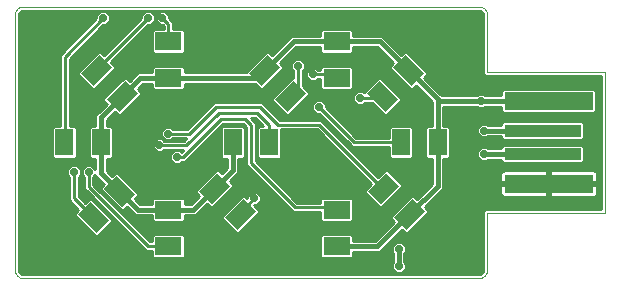
<source format=gtl>
G75*
G70*
%OFA0B0*%
%FSLAX24Y24*%
%IPPOS*%
%LPD*%
%AMOC8*
5,1,8,0,0,1.08239X$1,22.5*
%
%ADD10C,0.0000*%
%ADD11R,0.0866X0.0591*%
%ADD12R,0.0591X0.0866*%
%ADD13R,0.2953X0.0591*%
%ADD14R,0.2559X0.0394*%
%ADD15C,0.0100*%
%ADD16C,0.0160*%
%ADD17OC8,0.0240*%
D10*
X000625Y000347D02*
X015816Y000347D01*
X015847Y000349D01*
X015878Y000354D01*
X015908Y000363D01*
X015937Y000375D01*
X015964Y000390D01*
X015989Y000408D01*
X016013Y000428D01*
X016033Y000452D01*
X016051Y000477D01*
X016066Y000504D01*
X016078Y000533D01*
X016087Y000563D01*
X016092Y000594D01*
X016094Y000625D01*
X016095Y000625D02*
X016095Y002512D01*
X020032Y002512D01*
X020032Y007237D01*
X016095Y007237D01*
X016095Y009124D01*
X016094Y009124D02*
X016092Y009155D01*
X016087Y009186D01*
X016078Y009216D01*
X016066Y009245D01*
X016051Y009272D01*
X016033Y009297D01*
X016013Y009321D01*
X015989Y009341D01*
X015964Y009359D01*
X015937Y009374D01*
X015908Y009386D01*
X015878Y009395D01*
X015847Y009400D01*
X015816Y009402D01*
X000625Y009402D01*
X000594Y009400D01*
X000563Y009395D01*
X000533Y009386D01*
X000504Y009374D01*
X000477Y009359D01*
X000452Y009341D01*
X000428Y009321D01*
X000408Y009297D01*
X000390Y009272D01*
X000375Y009245D01*
X000363Y009216D01*
X000354Y009186D01*
X000349Y009155D01*
X000347Y009124D01*
X000347Y000625D01*
X000349Y000594D01*
X000354Y000563D01*
X000363Y000533D01*
X000375Y000504D01*
X000390Y000477D01*
X000408Y000452D01*
X000428Y000428D01*
X000452Y000408D01*
X000477Y000390D01*
X000504Y000375D01*
X000533Y000363D01*
X000563Y000354D01*
X000594Y000349D01*
X000625Y000347D01*
D11*
X005465Y001410D03*
X005465Y002630D03*
X011075Y002630D03*
X011075Y001410D03*
X011075Y007020D03*
X011075Y008241D03*
X005465Y008241D03*
X005465Y007020D03*
D12*
G36*
X004025Y006925D02*
X004442Y006508D01*
X003831Y005897D01*
X003414Y006314D01*
X004025Y006925D01*
G37*
G36*
X003162Y007788D02*
X003579Y007371D01*
X002968Y006760D01*
X002551Y007177D01*
X003162Y007788D01*
G37*
G36*
X008578Y006760D02*
X008161Y007177D01*
X008772Y007788D01*
X009189Y007371D01*
X008578Y006760D01*
G37*
G36*
X009441Y005897D02*
X009024Y006314D01*
X009635Y006925D01*
X010052Y006508D01*
X009441Y005897D01*
G37*
X008831Y004874D03*
X007611Y004874D03*
G36*
X006905Y002823D02*
X006488Y003240D01*
X007099Y003851D01*
X007516Y003434D01*
X006905Y002823D01*
G37*
G36*
X007768Y001960D02*
X007351Y002377D01*
X007962Y002988D01*
X008379Y002571D01*
X007768Y001960D01*
G37*
G36*
X003316Y003336D02*
X003733Y003753D01*
X004344Y003142D01*
X003927Y002725D01*
X003316Y003336D01*
G37*
G36*
X002453Y002473D02*
X002870Y002890D01*
X003481Y002279D01*
X003064Y001862D01*
X002453Y002473D01*
G37*
X002000Y004874D03*
X003221Y004874D03*
G36*
X012098Y006508D02*
X012515Y006925D01*
X013126Y006314D01*
X012709Y005897D01*
X012098Y006508D01*
G37*
G36*
X012961Y007371D02*
X013378Y007788D01*
X013989Y007177D01*
X013572Y006760D01*
X012961Y007371D01*
G37*
X013221Y004874D03*
X014441Y004874D03*
G36*
X012735Y003851D02*
X013152Y003434D01*
X012541Y002823D01*
X012124Y003240D01*
X012735Y003851D01*
G37*
G36*
X013598Y002988D02*
X014015Y002571D01*
X013404Y001960D01*
X012987Y002377D01*
X013598Y002988D01*
G37*
D13*
X018142Y003496D03*
X018142Y006252D03*
D14*
X017945Y005268D03*
X017945Y004481D03*
D15*
X018092Y003942D02*
X016646Y003942D01*
X016608Y003932D01*
X016574Y003912D01*
X016546Y003884D01*
X016526Y003850D01*
X016516Y003811D01*
X016516Y003546D01*
X018092Y003546D01*
X018092Y003446D01*
X018192Y003446D01*
X018192Y003051D01*
X019638Y003051D01*
X019676Y003061D01*
X019711Y003081D01*
X019739Y003109D01*
X019758Y003143D01*
X019769Y003181D01*
X019769Y003446D01*
X018192Y003446D01*
X018192Y003546D01*
X019769Y003546D01*
X019769Y003811D01*
X019758Y003850D01*
X019739Y003884D01*
X019711Y003912D01*
X019676Y003932D01*
X019638Y003942D01*
X018192Y003942D01*
X018192Y003546D01*
X018092Y003546D01*
X018092Y003942D01*
X018092Y003893D02*
X018192Y003893D01*
X018192Y003794D02*
X018092Y003794D01*
X018092Y003696D02*
X018192Y003696D01*
X018192Y003597D02*
X018092Y003597D01*
X018092Y003499D02*
X014631Y003499D01*
X014631Y003597D02*
X016516Y003597D01*
X016516Y003696D02*
X014631Y003696D01*
X014631Y003794D02*
X016516Y003794D01*
X016555Y003893D02*
X014631Y003893D01*
X014631Y003991D02*
X019882Y003991D01*
X019882Y003893D02*
X019730Y003893D01*
X019769Y003794D02*
X019882Y003794D01*
X019882Y003696D02*
X019769Y003696D01*
X019769Y003597D02*
X019882Y003597D01*
X019882Y003499D02*
X018192Y003499D01*
X018192Y003400D02*
X018092Y003400D01*
X018092Y003446D02*
X018092Y003051D01*
X016646Y003051D01*
X016608Y003061D01*
X016574Y003081D01*
X016546Y003109D01*
X016526Y003143D01*
X016516Y003181D01*
X016516Y003446D01*
X018092Y003446D01*
X018092Y003302D02*
X018192Y003302D01*
X018192Y003203D02*
X018092Y003203D01*
X018092Y003105D02*
X018192Y003105D01*
X019734Y003105D02*
X019882Y003105D01*
X019882Y003203D02*
X019769Y003203D01*
X019769Y003302D02*
X019882Y003302D01*
X019882Y003400D02*
X019769Y003400D01*
X019882Y003006D02*
X014302Y003006D01*
X014203Y002908D02*
X019882Y002908D01*
X019882Y002809D02*
X014105Y002809D01*
X014020Y002724D02*
X014631Y003336D01*
X014631Y004331D01*
X014782Y004331D01*
X014847Y004396D01*
X014847Y005353D01*
X014782Y005417D01*
X014631Y005417D01*
X014631Y006062D01*
X015763Y006062D01*
X015803Y006022D01*
X015993Y006022D01*
X016033Y006062D01*
X016556Y006062D01*
X016556Y005912D01*
X016620Y005847D01*
X019664Y005847D01*
X019729Y005912D01*
X019729Y006593D01*
X019664Y006658D01*
X016620Y006658D01*
X016556Y006593D01*
X016556Y006442D01*
X016033Y006442D01*
X015993Y006482D01*
X015803Y006482D01*
X015763Y006442D01*
X014576Y006442D01*
X014520Y006498D01*
X013994Y007025D01*
X014100Y007131D01*
X014100Y007223D01*
X013423Y007899D01*
X013332Y007899D01*
X013226Y007793D01*
X012699Y008319D01*
X012588Y008431D01*
X011618Y008431D01*
X011618Y008581D01*
X011554Y008646D01*
X010597Y008646D01*
X010532Y008581D01*
X010532Y008431D01*
X009563Y008431D01*
X009451Y008319D01*
X008925Y007793D01*
X008818Y007899D01*
X008727Y007899D01*
X008050Y007223D01*
X008050Y007210D01*
X006008Y007210D01*
X006008Y007361D01*
X005944Y007425D01*
X004986Y007425D01*
X004922Y007361D01*
X004922Y007210D01*
X004458Y007210D01*
X004178Y006930D01*
X004071Y007036D01*
X003980Y007036D01*
X003303Y006360D01*
X003303Y006268D01*
X003410Y006162D01*
X003142Y005894D01*
X003031Y005783D01*
X003031Y005417D01*
X002880Y005417D01*
X002816Y005353D01*
X002816Y004396D01*
X002880Y004331D01*
X003031Y004331D01*
X003031Y003992D01*
X002903Y004120D01*
X002712Y004120D01*
X002577Y003985D01*
X002577Y003795D01*
X002647Y003725D01*
X002647Y003332D01*
X002741Y003238D01*
X004710Y001270D01*
X004922Y001270D01*
X004922Y001069D01*
X004986Y001005D01*
X005944Y001005D01*
X006008Y001069D01*
X006008Y001751D01*
X005944Y001815D01*
X004986Y001815D01*
X004922Y001751D01*
X004922Y001590D01*
X004842Y001590D01*
X002967Y003464D01*
X002967Y003725D01*
X003031Y003788D01*
X003031Y003769D01*
X003311Y003489D01*
X003205Y003382D01*
X003205Y003291D01*
X003881Y002614D01*
X003973Y002614D01*
X004079Y002721D01*
X004248Y002552D01*
X004359Y002440D01*
X004922Y002440D01*
X004922Y002289D01*
X004986Y002225D01*
X005944Y002225D01*
X006008Y002289D01*
X006008Y002440D01*
X006374Y002440D01*
X006485Y002552D01*
X006752Y002819D01*
X006859Y002712D01*
X006950Y002712D01*
X007627Y003389D01*
X007627Y003480D01*
X007520Y003587D01*
X007689Y003756D01*
X007801Y003867D01*
X007801Y004331D01*
X007951Y004331D01*
X008016Y004396D01*
X008016Y005353D01*
X007951Y005417D01*
X007270Y005417D01*
X007205Y005353D01*
X007205Y004396D01*
X007270Y004331D01*
X007421Y004331D01*
X007421Y004025D01*
X007252Y003856D01*
X007145Y003962D01*
X007054Y003962D01*
X006377Y003286D01*
X006377Y003194D01*
X006484Y003088D01*
X006216Y002820D01*
X006008Y002820D01*
X006008Y002971D01*
X005944Y003036D01*
X004986Y003036D01*
X004922Y002971D01*
X004922Y002820D01*
X004517Y002820D01*
X004348Y002989D01*
X004455Y003096D01*
X004455Y003187D01*
X003778Y003864D01*
X003687Y003864D01*
X003580Y003757D01*
X003411Y003926D01*
X003411Y004331D01*
X003562Y004331D01*
X003626Y004396D01*
X003626Y005353D01*
X003562Y005417D01*
X003411Y005417D01*
X003411Y005626D01*
X003678Y005893D01*
X003785Y005786D01*
X003876Y005786D01*
X004553Y006463D01*
X004553Y006554D01*
X004446Y006661D01*
X004615Y006830D01*
X004922Y006830D01*
X004922Y006679D01*
X004986Y006615D01*
X005944Y006615D01*
X006008Y006679D01*
X006008Y006830D01*
X008352Y006830D01*
X008532Y006649D01*
X008623Y006649D01*
X009300Y007326D01*
X009300Y007417D01*
X009194Y007524D01*
X009720Y008051D01*
X010532Y008051D01*
X010532Y007900D01*
X010597Y007835D01*
X011554Y007835D01*
X011618Y007900D01*
X011618Y008051D01*
X012430Y008051D01*
X012957Y007524D01*
X012850Y007417D01*
X012850Y007326D01*
X013527Y006649D01*
X013618Y006649D01*
X013725Y006756D01*
X014251Y006230D01*
X014251Y005417D01*
X014100Y005417D01*
X014036Y005353D01*
X014036Y004396D01*
X014100Y004331D01*
X014251Y004331D01*
X014251Y003493D01*
X013751Y002993D01*
X013644Y003099D01*
X013553Y003099D01*
X012876Y002423D01*
X012876Y002331D01*
X012983Y002225D01*
X012358Y001600D01*
X011618Y001600D01*
X011618Y001751D01*
X011554Y001815D01*
X010597Y001815D01*
X010532Y001751D01*
X010532Y001069D01*
X010597Y001005D01*
X011554Y001005D01*
X011618Y001069D01*
X011618Y001220D01*
X012515Y001220D01*
X012627Y001331D01*
X013252Y001956D01*
X013358Y001849D01*
X013449Y001849D01*
X014126Y002526D01*
X014126Y002617D01*
X014020Y002724D01*
X014033Y002711D02*
X019882Y002711D01*
X019882Y002662D02*
X016033Y002662D01*
X015945Y002574D01*
X015945Y002450D01*
X015945Y000625D01*
X015941Y000592D01*
X015907Y000534D01*
X015850Y000501D01*
X015816Y000497D01*
X000625Y000497D01*
X000592Y000501D01*
X000534Y000534D01*
X000501Y000592D01*
X000497Y000625D01*
X000497Y009124D01*
X000501Y009157D01*
X000534Y009214D01*
X000592Y009248D01*
X000625Y009252D01*
X015816Y009252D01*
X015850Y009248D01*
X015907Y009214D01*
X015941Y009157D01*
X015945Y009124D01*
X015945Y007174D01*
X016033Y007087D01*
X019882Y007087D01*
X019882Y002662D01*
X019882Y004090D02*
X014631Y004090D01*
X014631Y004188D02*
X016606Y004188D01*
X016620Y004174D02*
X019270Y004174D01*
X019335Y004238D01*
X019335Y004723D01*
X019270Y004788D01*
X016620Y004788D01*
X016556Y004723D01*
X016556Y004671D01*
X016132Y004671D01*
X016092Y004711D01*
X015901Y004711D01*
X015766Y004576D01*
X015766Y004385D01*
X015901Y004251D01*
X016092Y004251D01*
X016132Y004291D01*
X016556Y004291D01*
X016556Y004238D01*
X016620Y004174D01*
X016556Y004287D02*
X016128Y004287D01*
X015865Y004287D02*
X014631Y004287D01*
X014836Y004385D02*
X015767Y004385D01*
X015766Y004484D02*
X014847Y004484D01*
X014847Y004582D02*
X015773Y004582D01*
X015871Y004681D02*
X014847Y004681D01*
X014847Y004779D02*
X016612Y004779D01*
X016556Y004681D02*
X016122Y004681D01*
X016556Y005026D02*
X016620Y004961D01*
X019270Y004961D01*
X019335Y005026D01*
X019335Y005511D01*
X019270Y005575D01*
X016620Y005575D01*
X016556Y005511D01*
X016556Y005458D01*
X016132Y005458D01*
X016092Y005498D01*
X015901Y005498D01*
X015766Y005363D01*
X015766Y005173D01*
X015901Y005038D01*
X016092Y005038D01*
X016132Y005078D01*
X016556Y005078D01*
X016556Y005026D01*
X016556Y005075D02*
X016128Y005075D01*
X015864Y005075D02*
X014847Y005075D01*
X014847Y005173D02*
X015766Y005173D01*
X015766Y005272D02*
X014847Y005272D01*
X014829Y005370D02*
X015773Y005370D01*
X015872Y005469D02*
X014631Y005469D01*
X014631Y005567D02*
X016613Y005567D01*
X016556Y005469D02*
X016121Y005469D01*
X016604Y005863D02*
X014631Y005863D01*
X014631Y005961D02*
X016556Y005961D01*
X016556Y006060D02*
X016031Y006060D01*
X015765Y006060D02*
X014631Y006060D01*
X014251Y006060D02*
X013029Y006060D01*
X013127Y006158D02*
X014251Y006158D01*
X014224Y006257D02*
X013226Y006257D01*
X013237Y006268D02*
X013237Y006360D01*
X012560Y007036D01*
X012469Y007036D01*
X011987Y006554D01*
X011987Y006551D01*
X011958Y006581D01*
X011767Y006581D01*
X011633Y006446D01*
X011633Y006256D01*
X011767Y006121D01*
X011958Y006121D01*
X012028Y006191D01*
X012260Y006191D01*
X012664Y005786D01*
X012755Y005786D01*
X013237Y006268D01*
X013237Y006355D02*
X014126Y006355D01*
X014027Y006454D02*
X013143Y006454D01*
X013044Y006552D02*
X013929Y006552D01*
X013830Y006651D02*
X013620Y006651D01*
X013526Y006651D02*
X012946Y006651D01*
X012847Y006749D02*
X013427Y006749D01*
X013329Y006848D02*
X012749Y006848D01*
X012650Y006946D02*
X013230Y006946D01*
X013132Y007045D02*
X011618Y007045D01*
X011618Y007143D02*
X013033Y007143D01*
X012935Y007242D02*
X011618Y007242D01*
X011618Y007340D02*
X012850Y007340D01*
X012872Y007439D02*
X010026Y007439D01*
X010026Y007529D02*
X010026Y007338D01*
X009956Y007268D01*
X009956Y006762D01*
X010163Y006554D01*
X010163Y006463D01*
X009486Y005786D01*
X009395Y005786D01*
X008913Y006268D01*
X008913Y006360D01*
X009590Y007036D01*
X009636Y007036D01*
X009636Y007268D01*
X009566Y007338D01*
X009566Y007529D01*
X009700Y007663D01*
X009891Y007663D01*
X010026Y007529D01*
X010017Y007537D02*
X012944Y007537D01*
X012845Y007636D02*
X009919Y007636D01*
X009673Y007636D02*
X009305Y007636D01*
X009207Y007537D02*
X009574Y007537D01*
X009566Y007439D02*
X009279Y007439D01*
X009300Y007340D02*
X009566Y007340D01*
X009636Y007242D02*
X009216Y007242D01*
X009117Y007143D02*
X009636Y007143D01*
X009636Y007045D02*
X009019Y007045D01*
X008920Y006946D02*
X009500Y006946D01*
X009402Y006848D02*
X008822Y006848D01*
X008723Y006749D02*
X009303Y006749D01*
X009205Y006651D02*
X008625Y006651D01*
X008531Y006651D02*
X005980Y006651D01*
X006008Y006749D02*
X008432Y006749D01*
X009008Y006454D02*
X004544Y006454D01*
X004553Y006552D02*
X009106Y006552D01*
X008913Y006355D02*
X004445Y006355D01*
X004347Y006257D02*
X008925Y006257D01*
X009023Y006158D02*
X008640Y006158D01*
X008582Y006216D02*
X006973Y006216D01*
X006880Y006122D01*
X006088Y005330D01*
X005630Y005330D01*
X005560Y005400D01*
X005370Y005400D01*
X005235Y005265D01*
X005235Y005074D01*
X005370Y004940D01*
X005560Y004940D01*
X005630Y005010D01*
X006063Y005010D01*
X005989Y004936D01*
X005335Y004936D01*
X005265Y005006D01*
X005074Y005006D01*
X004940Y004871D01*
X004940Y004681D01*
X003626Y004681D01*
X003626Y004779D02*
X004940Y004779D01*
X004940Y004681D02*
X005074Y004546D01*
X005265Y004546D01*
X005335Y004616D01*
X005965Y004616D01*
X005908Y004560D01*
X005856Y004612D01*
X005665Y004612D01*
X005530Y004478D01*
X005530Y004287D01*
X005665Y004152D01*
X005856Y004152D01*
X005926Y004222D01*
X006023Y004222D01*
X007303Y005502D01*
X007958Y005502D01*
X008061Y005399D01*
X008061Y004119D01*
X009631Y002549D01*
X010532Y002549D01*
X010532Y002289D01*
X010597Y002225D01*
X011554Y002225D01*
X011618Y002289D01*
X011618Y002971D01*
X011554Y003036D01*
X010597Y003036D01*
X010532Y002971D01*
X010532Y002869D01*
X009764Y002869D01*
X008381Y004252D01*
X008381Y005531D01*
X008287Y005625D01*
X008213Y005699D01*
X008351Y005699D01*
X008633Y005417D01*
X008490Y005417D01*
X008426Y005353D01*
X008426Y004396D01*
X008490Y004331D01*
X009172Y004331D01*
X009236Y004396D01*
X009236Y005305D01*
X010418Y005305D01*
X012226Y003498D01*
X012013Y003286D01*
X012013Y003194D01*
X012495Y002712D01*
X012586Y002712D01*
X013263Y003389D01*
X013263Y003480D01*
X012781Y003962D01*
X012690Y003962D01*
X012452Y003724D01*
X010551Y005625D01*
X009173Y005625D01*
X008582Y006216D01*
X008516Y006056D02*
X009107Y005465D01*
X010485Y005465D01*
X012552Y003398D01*
X012638Y003337D01*
X013077Y003203D02*
X013962Y003203D01*
X014060Y003302D02*
X013176Y003302D01*
X013263Y003400D02*
X014159Y003400D01*
X014251Y003499D02*
X013245Y003499D01*
X013146Y003597D02*
X014251Y003597D01*
X014251Y003696D02*
X013048Y003696D01*
X012949Y003794D02*
X014251Y003794D01*
X014251Y003893D02*
X012851Y003893D01*
X012621Y003893D02*
X012283Y003893D01*
X012185Y003991D02*
X014251Y003991D01*
X014251Y004090D02*
X012086Y004090D01*
X011988Y004188D02*
X014251Y004188D01*
X014251Y004287D02*
X011889Y004287D01*
X011791Y004385D02*
X012826Y004385D01*
X012816Y004396D02*
X012880Y004331D01*
X013562Y004331D01*
X013626Y004396D01*
X013626Y005353D01*
X013562Y005417D01*
X012880Y005417D01*
X012816Y005353D01*
X012816Y005034D01*
X011732Y005034D01*
X010715Y006052D01*
X010715Y006151D01*
X010580Y006286D01*
X010389Y006286D01*
X010255Y006151D01*
X010255Y005960D01*
X010389Y005826D01*
X010488Y005826D01*
X011506Y004808D01*
X011599Y004714D01*
X012816Y004714D01*
X012816Y004396D01*
X012816Y004484D02*
X011692Y004484D01*
X011594Y004582D02*
X012816Y004582D01*
X012816Y004681D02*
X011495Y004681D01*
X011535Y004779D02*
X011397Y004779D01*
X011436Y004878D02*
X011298Y004878D01*
X011338Y004976D02*
X011200Y004976D01*
X011239Y005075D02*
X011101Y005075D01*
X011141Y005173D02*
X011003Y005173D01*
X011042Y005272D02*
X010904Y005272D01*
X010944Y005370D02*
X010806Y005370D01*
X010845Y005469D02*
X010707Y005469D01*
X010747Y005567D02*
X010609Y005567D01*
X010648Y005666D02*
X009132Y005666D01*
X009034Y005764D02*
X010550Y005764D01*
X010352Y005863D02*
X009563Y005863D01*
X009661Y005961D02*
X010255Y005961D01*
X010255Y006060D02*
X009760Y006060D01*
X009858Y006158D02*
X010262Y006158D01*
X010361Y006257D02*
X009957Y006257D01*
X010055Y006355D02*
X011633Y006355D01*
X011633Y006257D02*
X010609Y006257D01*
X010707Y006158D02*
X011730Y006158D01*
X011995Y006158D02*
X012292Y006158D01*
X012391Y006060D02*
X010715Y006060D01*
X010805Y005961D02*
X012489Y005961D01*
X012588Y005863D02*
X010904Y005863D01*
X011002Y005764D02*
X014251Y005764D01*
X014251Y005666D02*
X011101Y005666D01*
X011199Y005567D02*
X014251Y005567D01*
X014251Y005469D02*
X011298Y005469D01*
X011396Y005370D02*
X012833Y005370D01*
X012816Y005272D02*
X011495Y005272D01*
X011593Y005173D02*
X012816Y005173D01*
X012816Y005075D02*
X011692Y005075D01*
X011666Y004874D02*
X013221Y004874D01*
X013142Y004874D01*
X013626Y004878D02*
X014036Y004878D01*
X014036Y004976D02*
X013626Y004976D01*
X013626Y005075D02*
X014036Y005075D01*
X014036Y005173D02*
X013626Y005173D01*
X013626Y005272D02*
X014036Y005272D01*
X014053Y005370D02*
X013609Y005370D01*
X014251Y005863D02*
X012832Y005863D01*
X012930Y005961D02*
X014251Y005961D01*
X014631Y005764D02*
X019882Y005764D01*
X019882Y005666D02*
X014631Y005666D01*
X014847Y004976D02*
X016605Y004976D01*
X014847Y004878D02*
X019882Y004878D01*
X019882Y004976D02*
X019285Y004976D01*
X019335Y005075D02*
X019882Y005075D01*
X019882Y005173D02*
X019335Y005173D01*
X019335Y005272D02*
X019882Y005272D01*
X019882Y005370D02*
X019335Y005370D01*
X019335Y005469D02*
X019882Y005469D01*
X019882Y005567D02*
X019278Y005567D01*
X019680Y005863D02*
X019882Y005863D01*
X019882Y005961D02*
X019729Y005961D01*
X019729Y006060D02*
X019882Y006060D01*
X019882Y006158D02*
X019729Y006158D01*
X019729Y006257D02*
X019882Y006257D01*
X019882Y006355D02*
X019729Y006355D01*
X019729Y006454D02*
X019882Y006454D01*
X019882Y006552D02*
X019729Y006552D01*
X019671Y006651D02*
X019882Y006651D01*
X019882Y006749D02*
X014269Y006749D01*
X014367Y006651D02*
X016613Y006651D01*
X016556Y006552D02*
X014466Y006552D01*
X014520Y006498D02*
X014520Y006498D01*
X014564Y006454D02*
X015774Y006454D01*
X016022Y006454D02*
X016556Y006454D01*
X015976Y007143D02*
X014100Y007143D01*
X014081Y007242D02*
X015945Y007242D01*
X015945Y007340D02*
X013982Y007340D01*
X013884Y007439D02*
X015945Y007439D01*
X015945Y007537D02*
X013785Y007537D01*
X013687Y007636D02*
X015945Y007636D01*
X015945Y007734D02*
X013588Y007734D01*
X013490Y007833D02*
X015945Y007833D01*
X015945Y007931D02*
X013087Y007931D01*
X013185Y007833D02*
X013266Y007833D01*
X012988Y008030D02*
X015945Y008030D01*
X015945Y008128D02*
X012890Y008128D01*
X012791Y008227D02*
X015945Y008227D01*
X015945Y008325D02*
X012693Y008325D01*
X012594Y008424D02*
X015945Y008424D01*
X015945Y008522D02*
X011618Y008522D01*
X011579Y008621D02*
X015945Y008621D01*
X015945Y008719D02*
X005625Y008719D01*
X005625Y008646D02*
X005625Y008878D01*
X005531Y008971D01*
X005498Y009005D01*
X005498Y009104D01*
X005363Y009238D01*
X005173Y009238D01*
X005038Y009104D01*
X005038Y008913D01*
X005173Y008778D01*
X005272Y008778D01*
X005305Y008745D01*
X005305Y008646D01*
X004986Y008646D01*
X004922Y008581D01*
X004922Y007900D01*
X004986Y007835D01*
X005944Y007835D01*
X006008Y007900D01*
X006008Y008581D01*
X005944Y008646D01*
X005625Y008646D01*
X005305Y008719D02*
X004713Y008719D01*
X004772Y008778D02*
X004871Y008778D01*
X005006Y008913D01*
X005006Y009104D01*
X004871Y009238D01*
X004681Y009238D01*
X004546Y009104D01*
X004546Y009005D01*
X003324Y007783D01*
X003208Y007899D01*
X003117Y007899D01*
X002440Y007223D01*
X002440Y007131D01*
X002922Y006649D01*
X003013Y006649D01*
X003690Y007326D01*
X003690Y007417D01*
X003551Y007557D01*
X004772Y008778D01*
X004911Y008818D02*
X005133Y008818D01*
X005038Y008916D02*
X005006Y008916D01*
X005006Y009015D02*
X005038Y009015D01*
X005048Y009113D02*
X004996Y009113D01*
X004898Y009212D02*
X005146Y009212D01*
X005390Y009212D02*
X015909Y009212D01*
X015945Y009113D02*
X005488Y009113D01*
X005498Y009015D02*
X015945Y009015D01*
X015945Y008916D02*
X005586Y008916D01*
X005625Y008818D02*
X015945Y008818D01*
X012747Y007734D02*
X009404Y007734D01*
X009502Y007833D02*
X012648Y007833D01*
X012550Y007931D02*
X011618Y007931D01*
X011618Y008030D02*
X012451Y008030D01*
X011618Y007361D02*
X011554Y007425D01*
X010597Y007425D01*
X010532Y007361D01*
X010532Y007298D01*
X010453Y007298D01*
X010383Y007368D01*
X010193Y007368D01*
X010058Y007233D01*
X010058Y007043D01*
X010193Y006908D01*
X010383Y006908D01*
X010453Y006978D01*
X010532Y006978D01*
X010532Y006679D01*
X010597Y006615D01*
X011554Y006615D01*
X011618Y006679D01*
X011618Y007361D01*
X011075Y007020D02*
X010957Y007138D01*
X010288Y007138D01*
X010058Y007143D02*
X009956Y007143D01*
X009956Y007045D02*
X010058Y007045D01*
X010154Y006946D02*
X009956Y006946D01*
X009956Y006848D02*
X010532Y006848D01*
X010532Y006946D02*
X010421Y006946D01*
X010532Y006749D02*
X009968Y006749D01*
X010067Y006651D02*
X010560Y006651D01*
X010163Y006552D02*
X011739Y006552D01*
X011640Y006454D02*
X010154Y006454D01*
X009796Y006744D02*
X009796Y007433D01*
X010026Y007340D02*
X010165Y007340D01*
X010066Y007242D02*
X009956Y007242D01*
X010411Y007340D02*
X010532Y007340D01*
X011075Y007020D02*
X011075Y006941D01*
X011618Y006946D02*
X012379Y006946D01*
X012281Y006848D02*
X011618Y006848D01*
X011618Y006749D02*
X012182Y006749D01*
X012084Y006651D02*
X011590Y006651D01*
X011986Y006552D02*
X011987Y006552D01*
X011863Y006351D02*
X012476Y006351D01*
X012612Y006411D01*
X012552Y006449D01*
X013718Y006749D02*
X013732Y006749D01*
X014072Y006946D02*
X019882Y006946D01*
X019882Y006848D02*
X014170Y006848D01*
X014014Y007045D02*
X019882Y007045D01*
X019882Y004779D02*
X019279Y004779D01*
X019335Y004681D02*
X019882Y004681D01*
X019882Y004582D02*
X019335Y004582D01*
X019335Y004484D02*
X019882Y004484D01*
X019882Y004385D02*
X019335Y004385D01*
X019335Y004287D02*
X019882Y004287D01*
X019882Y004188D02*
X019285Y004188D01*
X016516Y003400D02*
X014631Y003400D01*
X014597Y003302D02*
X016516Y003302D01*
X016516Y003203D02*
X014499Y003203D01*
X014400Y003105D02*
X016550Y003105D01*
X015983Y002612D02*
X014126Y002612D01*
X014114Y002514D02*
X015945Y002514D01*
X015945Y002415D02*
X014015Y002415D01*
X013917Y002317D02*
X015945Y002317D01*
X015945Y002218D02*
X013818Y002218D01*
X013720Y002120D02*
X015945Y002120D01*
X015945Y002021D02*
X013621Y002021D01*
X013523Y001923D02*
X015945Y001923D01*
X015945Y001824D02*
X013120Y001824D01*
X013021Y001726D02*
X015945Y001726D01*
X015945Y001627D02*
X012923Y001627D01*
X013015Y001529D02*
X012824Y001529D01*
X012916Y001430D02*
X012726Y001430D01*
X012627Y001332D02*
X012912Y001332D01*
X012912Y001426D02*
X012912Y001236D01*
X012952Y001196D01*
X012952Y000876D01*
X012912Y000836D01*
X012912Y000645D01*
X013047Y000511D01*
X013237Y000511D01*
X013372Y000645D01*
X013372Y000836D01*
X013332Y000876D01*
X013332Y001196D01*
X013372Y001236D01*
X013372Y001426D01*
X013237Y001561D01*
X013047Y001561D01*
X012912Y001426D01*
X012915Y001233D02*
X012529Y001233D01*
X012952Y001135D02*
X011618Y001135D01*
X011586Y001036D02*
X012952Y001036D01*
X012952Y000938D02*
X000497Y000938D01*
X000497Y001036D02*
X004955Y001036D01*
X004922Y001135D02*
X000497Y001135D01*
X000497Y001233D02*
X004922Y001233D01*
X004776Y001430D02*
X002807Y003398D01*
X002807Y003890D01*
X002577Y003893D02*
X002545Y003893D01*
X002545Y003985D02*
X002545Y003795D01*
X002475Y003725D01*
X002475Y003071D01*
X002684Y002862D01*
X002824Y003001D01*
X002915Y003001D01*
X003592Y002324D01*
X003592Y002233D01*
X003110Y001751D01*
X003018Y001751D01*
X002342Y002428D01*
X002342Y002519D01*
X002458Y002635D01*
X002155Y002938D01*
X002155Y003071D01*
X002155Y003725D01*
X002085Y003795D01*
X002085Y003985D01*
X002220Y004120D01*
X002411Y004120D01*
X002545Y003985D01*
X002539Y003991D02*
X002583Y003991D01*
X002682Y004090D02*
X002441Y004090D01*
X002190Y004090D02*
X000497Y004090D01*
X000497Y004188D02*
X003031Y004188D01*
X003031Y004090D02*
X002933Y004090D01*
X003031Y004287D02*
X000497Y004287D01*
X000497Y004385D02*
X001606Y004385D01*
X001595Y004396D02*
X001660Y004331D01*
X002341Y004331D01*
X002406Y004396D01*
X002406Y005353D01*
X002341Y005417D01*
X002180Y005417D01*
X002180Y007662D01*
X003296Y008778D01*
X003395Y008778D01*
X003530Y008913D01*
X003530Y009104D01*
X003395Y009238D01*
X003204Y009238D01*
X003070Y009104D01*
X003070Y009005D01*
X001860Y007795D01*
X001860Y005417D01*
X001660Y005417D01*
X001595Y005353D01*
X001595Y004396D01*
X001595Y004484D02*
X000497Y004484D01*
X000497Y004582D02*
X001595Y004582D01*
X001595Y004681D02*
X000497Y004681D01*
X000497Y004779D02*
X001595Y004779D01*
X001595Y004878D02*
X000497Y004878D01*
X000497Y004976D02*
X001595Y004976D01*
X001595Y005075D02*
X000497Y005075D01*
X000497Y005173D02*
X001595Y005173D01*
X001595Y005272D02*
X000497Y005272D01*
X000497Y005370D02*
X001612Y005370D01*
X001860Y005469D02*
X000497Y005469D01*
X000497Y005567D02*
X001860Y005567D01*
X001860Y005666D02*
X000497Y005666D01*
X000497Y005764D02*
X001860Y005764D01*
X001860Y005863D02*
X000497Y005863D01*
X000497Y005961D02*
X001860Y005961D01*
X001860Y006060D02*
X000497Y006060D01*
X000497Y006158D02*
X001860Y006158D01*
X001860Y006257D02*
X000497Y006257D01*
X000497Y006355D02*
X001860Y006355D01*
X001860Y006454D02*
X000497Y006454D01*
X000497Y006552D02*
X001860Y006552D01*
X001860Y006651D02*
X000497Y006651D01*
X000497Y006749D02*
X001860Y006749D01*
X001860Y006848D02*
X000497Y006848D01*
X000497Y006946D02*
X001860Y006946D01*
X001860Y007045D02*
X000497Y007045D01*
X000497Y007143D02*
X001860Y007143D01*
X001860Y007242D02*
X000497Y007242D01*
X000497Y007340D02*
X001860Y007340D01*
X001860Y007439D02*
X000497Y007439D01*
X000497Y007537D02*
X001860Y007537D01*
X001860Y007636D02*
X000497Y007636D01*
X000497Y007734D02*
X001860Y007734D01*
X001898Y007833D02*
X000497Y007833D01*
X000497Y007931D02*
X001996Y007931D01*
X002095Y008030D02*
X000497Y008030D01*
X000497Y008128D02*
X002193Y008128D01*
X002292Y008227D02*
X000497Y008227D01*
X000497Y008325D02*
X002390Y008325D01*
X002489Y008424D02*
X000497Y008424D01*
X000497Y008522D02*
X002587Y008522D01*
X002686Y008621D02*
X000497Y008621D01*
X000497Y008719D02*
X002784Y008719D01*
X002883Y008818D02*
X000497Y008818D01*
X000497Y008916D02*
X002981Y008916D01*
X003070Y009015D02*
X000497Y009015D01*
X000497Y009113D02*
X003079Y009113D01*
X003178Y009212D02*
X000533Y009212D01*
X002646Y008128D02*
X003670Y008128D01*
X003571Y008030D02*
X002547Y008030D01*
X002449Y007931D02*
X003473Y007931D01*
X003374Y007833D02*
X003275Y007833D01*
X003050Y007833D02*
X002350Y007833D01*
X002252Y007734D02*
X002952Y007734D01*
X002853Y007636D02*
X002180Y007636D01*
X002180Y007537D02*
X002755Y007537D01*
X002656Y007439D02*
X002180Y007439D01*
X002180Y007340D02*
X002558Y007340D01*
X002459Y007242D02*
X002180Y007242D01*
X002180Y007143D02*
X002440Y007143D01*
X002526Y007045D02*
X002180Y007045D01*
X002180Y006946D02*
X002625Y006946D01*
X002723Y006848D02*
X002180Y006848D01*
X002180Y006749D02*
X002822Y006749D01*
X002920Y006651D02*
X002180Y006651D01*
X002180Y006552D02*
X003496Y006552D01*
X003397Y006454D02*
X002180Y006454D01*
X002180Y006355D02*
X003303Y006355D01*
X003314Y006257D02*
X002180Y006257D01*
X002180Y006158D02*
X003406Y006158D01*
X003308Y006060D02*
X002180Y006060D01*
X002180Y005961D02*
X003209Y005961D01*
X003142Y005894D02*
X003142Y005894D01*
X003111Y005863D02*
X002180Y005863D01*
X002180Y005764D02*
X003031Y005764D01*
X003031Y005666D02*
X002180Y005666D01*
X002180Y005567D02*
X003031Y005567D01*
X003031Y005469D02*
X002180Y005469D01*
X002388Y005370D02*
X002833Y005370D01*
X002816Y005272D02*
X002406Y005272D01*
X002406Y005173D02*
X002816Y005173D01*
X002816Y005075D02*
X002406Y005075D01*
X002406Y004976D02*
X002816Y004976D01*
X002816Y004878D02*
X002406Y004878D01*
X002406Y004779D02*
X002816Y004779D01*
X002816Y004681D02*
X002406Y004681D01*
X002406Y004582D02*
X002816Y004582D01*
X002816Y004484D02*
X002406Y004484D01*
X002395Y004385D02*
X002826Y004385D01*
X003411Y004287D02*
X005530Y004287D01*
X005530Y004385D02*
X003616Y004385D01*
X003626Y004484D02*
X005537Y004484D01*
X005760Y004382D02*
X005957Y004382D01*
X007237Y005662D01*
X008024Y005662D01*
X008221Y005465D01*
X008221Y004185D01*
X009697Y002709D01*
X011075Y002709D01*
X011075Y002630D01*
X011618Y002612D02*
X013066Y002612D01*
X012968Y002514D02*
X011618Y002514D01*
X011618Y002415D02*
X012876Y002415D01*
X012891Y002317D02*
X011618Y002317D01*
X011618Y002711D02*
X013165Y002711D01*
X013263Y002809D02*
X012683Y002809D01*
X012782Y002908D02*
X013362Y002908D01*
X013460Y003006D02*
X012880Y003006D01*
X012979Y003105D02*
X013863Y003105D01*
X013765Y003006D02*
X013737Y003006D01*
X012398Y002809D02*
X011618Y002809D01*
X011618Y002908D02*
X012300Y002908D01*
X012201Y003006D02*
X011583Y003006D01*
X012013Y003203D02*
X009429Y003203D01*
X009528Y003105D02*
X012103Y003105D01*
X012030Y003302D02*
X009331Y003302D01*
X009232Y003400D02*
X012128Y003400D01*
X012224Y003499D02*
X009134Y003499D01*
X009035Y003597D02*
X012126Y003597D01*
X012027Y003696D02*
X008937Y003696D01*
X008838Y003794D02*
X011929Y003794D01*
X011830Y003893D02*
X008740Y003893D01*
X008641Y003991D02*
X011732Y003991D01*
X011633Y004090D02*
X008543Y004090D01*
X008444Y004188D02*
X011535Y004188D01*
X011436Y004287D02*
X008381Y004287D01*
X008381Y004385D02*
X008436Y004385D01*
X008426Y004484D02*
X008381Y004484D01*
X008381Y004582D02*
X008426Y004582D01*
X008426Y004681D02*
X008381Y004681D01*
X008381Y004779D02*
X008426Y004779D01*
X008426Y004878D02*
X008381Y004878D01*
X008381Y004976D02*
X008426Y004976D01*
X008426Y005075D02*
X008381Y005075D01*
X008381Y005173D02*
X008426Y005173D01*
X008426Y005272D02*
X008381Y005272D01*
X008381Y005370D02*
X008443Y005370D01*
X008381Y005469D02*
X008581Y005469D01*
X008483Y005567D02*
X008345Y005567D01*
X008384Y005666D02*
X008246Y005666D01*
X008418Y005859D02*
X007138Y005859D01*
X006056Y004776D01*
X005170Y004776D01*
X005301Y004582D02*
X005635Y004582D01*
X005885Y004582D02*
X005931Y004582D01*
X006285Y004484D02*
X007205Y004484D01*
X007216Y004385D02*
X006186Y004385D01*
X006088Y004287D02*
X007421Y004287D01*
X007421Y004188D02*
X005892Y004188D01*
X005629Y004188D02*
X003411Y004188D01*
X003411Y004090D02*
X007421Y004090D01*
X007387Y003991D02*
X003411Y003991D01*
X003444Y003893D02*
X006984Y003893D01*
X006886Y003794D02*
X003847Y003794D01*
X003946Y003696D02*
X006787Y003696D01*
X006689Y003597D02*
X004044Y003597D01*
X004143Y003499D02*
X006590Y003499D01*
X006492Y003400D02*
X004241Y003400D01*
X004340Y003302D02*
X006393Y003302D01*
X006377Y003203D02*
X004438Y003203D01*
X004455Y003105D02*
X006466Y003105D01*
X006402Y003006D02*
X005973Y003006D01*
X006008Y002908D02*
X006304Y002908D01*
X006644Y002711D02*
X007528Y002711D01*
X007430Y002612D02*
X006546Y002612D01*
X006447Y002514D02*
X007331Y002514D01*
X007240Y002423D02*
X007240Y002331D01*
X007722Y001849D01*
X007813Y001849D01*
X008490Y002526D01*
X008490Y002617D01*
X008335Y002773D01*
X008336Y002774D01*
X008415Y002774D01*
X008549Y002909D01*
X008549Y003100D01*
X008415Y003234D01*
X008224Y003234D01*
X008089Y003100D01*
X008089Y003018D01*
X008008Y003099D01*
X007917Y003099D01*
X007240Y002423D01*
X007240Y002415D02*
X006008Y002415D01*
X006008Y002317D02*
X007254Y002317D01*
X007353Y002218D02*
X004213Y002218D01*
X004115Y002317D02*
X004922Y002317D01*
X004922Y002415D02*
X004016Y002415D01*
X003918Y002514D02*
X004286Y002514D01*
X004187Y002612D02*
X003819Y002612D01*
X003785Y002711D02*
X003721Y002711D01*
X003686Y002809D02*
X003622Y002809D01*
X003588Y002908D02*
X003524Y002908D01*
X003489Y003006D02*
X003425Y003006D01*
X003391Y003105D02*
X003327Y003105D01*
X003292Y003203D02*
X003228Y003203D01*
X003205Y003302D02*
X003130Y003302D01*
X003223Y003400D02*
X003031Y003400D01*
X002967Y003499D02*
X003301Y003499D01*
X003202Y003597D02*
X002967Y003597D01*
X002967Y003696D02*
X003104Y003696D01*
X003543Y003794D02*
X003617Y003794D01*
X002647Y003696D02*
X002475Y003696D01*
X002475Y003597D02*
X002647Y003597D01*
X002647Y003499D02*
X002475Y003499D01*
X002475Y003400D02*
X002647Y003400D01*
X002677Y003302D02*
X002475Y003302D01*
X002475Y003203D02*
X002776Y003203D01*
X002874Y003105D02*
X002475Y003105D01*
X002540Y003006D02*
X002973Y003006D01*
X003008Y002908D02*
X003071Y002908D01*
X003106Y002809D02*
X003170Y002809D01*
X003205Y002711D02*
X003268Y002711D01*
X003303Y002612D02*
X003367Y002612D01*
X003402Y002514D02*
X003465Y002514D01*
X003500Y002415D02*
X003564Y002415D01*
X003592Y002317D02*
X003662Y002317D01*
X003577Y002218D02*
X003761Y002218D01*
X003859Y002120D02*
X003478Y002120D01*
X003380Y002021D02*
X003958Y002021D01*
X004056Y001923D02*
X003281Y001923D01*
X003183Y001824D02*
X004155Y001824D01*
X004253Y001726D02*
X000497Y001726D01*
X000497Y001824D02*
X002945Y001824D01*
X002847Y001923D02*
X000497Y001923D01*
X000497Y002021D02*
X002748Y002021D01*
X002650Y002120D02*
X000497Y002120D01*
X000497Y002218D02*
X002551Y002218D01*
X002453Y002317D02*
X000497Y002317D01*
X000497Y002415D02*
X002354Y002415D01*
X002342Y002514D02*
X000497Y002514D01*
X000497Y002612D02*
X002435Y002612D01*
X002383Y002711D02*
X000497Y002711D01*
X000497Y002809D02*
X002284Y002809D01*
X002186Y002908D02*
X000497Y002908D01*
X000497Y003006D02*
X002155Y003006D01*
X002155Y003105D02*
X000497Y003105D01*
X000497Y003203D02*
X002155Y003203D01*
X002155Y003302D02*
X000497Y003302D01*
X000497Y003400D02*
X002155Y003400D01*
X002155Y003499D02*
X000497Y003499D01*
X000497Y003597D02*
X002155Y003597D01*
X002155Y003696D02*
X000497Y003696D01*
X000497Y003794D02*
X002086Y003794D01*
X002085Y003893D02*
X000497Y003893D01*
X000497Y003991D02*
X002091Y003991D01*
X002315Y003890D02*
X002315Y003004D01*
X002906Y002414D01*
X002967Y002376D01*
X002730Y002908D02*
X002638Y002908D01*
X004069Y002711D02*
X004089Y002711D01*
X004429Y002908D02*
X004922Y002908D01*
X004957Y003006D02*
X004365Y003006D01*
X004312Y002120D02*
X007451Y002120D01*
X007550Y002021D02*
X004410Y002021D01*
X004509Y001923D02*
X007648Y001923D01*
X007887Y001923D02*
X012681Y001923D01*
X012780Y002021D02*
X007985Y002021D01*
X008084Y002120D02*
X012878Y002120D01*
X012977Y002218D02*
X008182Y002218D01*
X008281Y002317D02*
X010532Y002317D01*
X010532Y002415D02*
X008379Y002415D01*
X008478Y002514D02*
X010532Y002514D01*
X010532Y002908D02*
X009725Y002908D01*
X009626Y003006D02*
X010567Y003006D01*
X009568Y002612D02*
X008490Y002612D01*
X008397Y002711D02*
X009469Y002711D01*
X009371Y002809D02*
X008450Y002809D01*
X008548Y002908D02*
X009272Y002908D01*
X009174Y003006D02*
X008549Y003006D01*
X008544Y003105D02*
X009075Y003105D01*
X008977Y003203D02*
X008446Y003203D01*
X008193Y003203D02*
X007441Y003203D01*
X007343Y003105D02*
X008095Y003105D01*
X008319Y003004D02*
X007827Y002414D01*
X007865Y002474D01*
X007627Y002809D02*
X007047Y002809D01*
X007146Y002908D02*
X007725Y002908D01*
X007824Y003006D02*
X007244Y003006D01*
X006762Y002809D02*
X006743Y002809D01*
X007540Y003302D02*
X008878Y003302D01*
X008780Y003400D02*
X007627Y003400D01*
X007609Y003499D02*
X008681Y003499D01*
X008583Y003597D02*
X007531Y003597D01*
X007629Y003696D02*
X008484Y003696D01*
X008386Y003794D02*
X007728Y003794D01*
X007801Y003893D02*
X008287Y003893D01*
X008189Y003991D02*
X007801Y003991D01*
X007801Y004090D02*
X008090Y004090D01*
X008061Y004188D02*
X007801Y004188D01*
X007801Y004287D02*
X008061Y004287D01*
X008061Y004385D02*
X008005Y004385D01*
X008016Y004484D02*
X008061Y004484D01*
X008061Y004582D02*
X008016Y004582D01*
X008016Y004681D02*
X008061Y004681D01*
X008061Y004779D02*
X008016Y004779D01*
X008016Y004878D02*
X008061Y004878D01*
X008061Y004976D02*
X008016Y004976D01*
X008016Y005075D02*
X008061Y005075D01*
X008061Y005173D02*
X008016Y005173D01*
X008016Y005272D02*
X008061Y005272D01*
X008061Y005370D02*
X007999Y005370D01*
X007991Y005469D02*
X007270Y005469D01*
X007223Y005370D02*
X007171Y005370D01*
X007205Y005272D02*
X007073Y005272D01*
X006974Y005173D02*
X007205Y005173D01*
X007205Y005075D02*
X006876Y005075D01*
X006777Y004976D02*
X007205Y004976D01*
X007205Y004878D02*
X006679Y004878D01*
X006580Y004779D02*
X007205Y004779D01*
X007205Y004681D02*
X006482Y004681D01*
X006383Y004582D02*
X007205Y004582D01*
X006154Y005170D02*
X007040Y006056D01*
X008516Y006056D01*
X008738Y006060D02*
X009122Y006060D01*
X009220Y005961D02*
X008837Y005961D01*
X008935Y005863D02*
X009319Y005863D01*
X008831Y005445D02*
X008418Y005859D01*
X008831Y005445D02*
X008831Y004874D01*
X009236Y004878D02*
X010845Y004878D01*
X010747Y004976D02*
X009236Y004976D01*
X009236Y005075D02*
X010648Y005075D01*
X010550Y005173D02*
X009236Y005173D01*
X009236Y005272D02*
X010451Y005272D01*
X010944Y004779D02*
X009236Y004779D01*
X009236Y004681D02*
X011042Y004681D01*
X011141Y004582D02*
X009236Y004582D01*
X009236Y004484D02*
X011239Y004484D01*
X011338Y004385D02*
X009226Y004385D01*
X007289Y003893D02*
X007215Y003893D01*
X005038Y004582D02*
X003626Y004582D01*
X003626Y004878D02*
X004946Y004878D01*
X005045Y004976D02*
X003626Y004976D01*
X003626Y005075D02*
X005235Y005075D01*
X005235Y005173D02*
X003626Y005173D01*
X003626Y005272D02*
X005242Y005272D01*
X005340Y005370D02*
X003609Y005370D01*
X003411Y005469D02*
X006227Y005469D01*
X006325Y005567D02*
X003411Y005567D01*
X003451Y005666D02*
X006424Y005666D01*
X006522Y005764D02*
X003550Y005764D01*
X003648Y005863D02*
X003708Y005863D01*
X003953Y005863D02*
X006621Y005863D01*
X006719Y005961D02*
X004051Y005961D01*
X004150Y006060D02*
X006818Y006060D01*
X006916Y006158D02*
X004248Y006158D01*
X004457Y006651D02*
X004950Y006651D01*
X004922Y006749D02*
X004535Y006749D01*
X004194Y006946D02*
X004161Y006946D01*
X004293Y007045D02*
X003409Y007045D01*
X003507Y007143D02*
X004391Y007143D01*
X003890Y006946D02*
X003310Y006946D01*
X003212Y006848D02*
X003791Y006848D01*
X003693Y006749D02*
X003113Y006749D01*
X003015Y006651D02*
X003594Y006651D01*
X003606Y007242D02*
X004922Y007242D01*
X004922Y007340D02*
X003690Y007340D01*
X003669Y007439D02*
X008266Y007439D01*
X008168Y007340D02*
X006008Y007340D01*
X006008Y007242D02*
X008069Y007242D01*
X008365Y007537D02*
X003570Y007537D01*
X003630Y007636D02*
X008463Y007636D01*
X008562Y007734D02*
X003728Y007734D01*
X003827Y007833D02*
X008660Y007833D01*
X008885Y007833D02*
X008965Y007833D01*
X009063Y007931D02*
X006008Y007931D01*
X006008Y008030D02*
X009162Y008030D01*
X009260Y008128D02*
X006008Y008128D01*
X006008Y008227D02*
X009359Y008227D01*
X009457Y008325D02*
X006008Y008325D01*
X006008Y008424D02*
X009556Y008424D01*
X009699Y008030D02*
X010532Y008030D01*
X010532Y007931D02*
X009601Y007931D01*
X010532Y008522D02*
X006008Y008522D01*
X005969Y008621D02*
X010572Y008621D01*
X009796Y006744D02*
X009500Y006449D01*
X009538Y006411D01*
X010485Y006056D02*
X011666Y004874D01*
X013626Y004779D02*
X014036Y004779D01*
X014036Y004681D02*
X013626Y004681D01*
X013626Y004582D02*
X014036Y004582D01*
X014036Y004484D02*
X013626Y004484D01*
X013616Y004385D02*
X014046Y004385D01*
X012522Y003794D02*
X012382Y003794D01*
X013218Y001923D02*
X013285Y001923D01*
X013270Y001529D02*
X015945Y001529D01*
X015945Y001430D02*
X013368Y001430D01*
X013372Y001332D02*
X015945Y001332D01*
X015945Y001233D02*
X013370Y001233D01*
X013332Y001135D02*
X015945Y001135D01*
X015945Y001036D02*
X013332Y001036D01*
X013332Y000938D02*
X015945Y000938D01*
X015945Y000839D02*
X013369Y000839D01*
X013372Y000741D02*
X015945Y000741D01*
X015945Y000642D02*
X013369Y000642D01*
X013271Y000544D02*
X015913Y000544D01*
X013014Y000544D02*
X000529Y000544D01*
X000497Y000642D02*
X012915Y000642D01*
X012912Y000741D02*
X000497Y000741D01*
X000497Y000839D02*
X012916Y000839D01*
X012386Y001627D02*
X011618Y001627D01*
X011618Y001726D02*
X012484Y001726D01*
X012583Y001824D02*
X004607Y001824D01*
X004706Y001726D02*
X004922Y001726D01*
X004922Y001627D02*
X004804Y001627D01*
X004776Y001430D02*
X005465Y001430D01*
X005465Y001410D01*
X006008Y001430D02*
X010532Y001430D01*
X010532Y001332D02*
X006008Y001332D01*
X006008Y001233D02*
X010532Y001233D01*
X010532Y001135D02*
X006008Y001135D01*
X005975Y001036D02*
X010565Y001036D01*
X010532Y001529D02*
X006008Y001529D01*
X006008Y001627D02*
X010532Y001627D01*
X010532Y001726D02*
X006008Y001726D01*
X004647Y001332D02*
X000497Y001332D01*
X000497Y001430D02*
X004549Y001430D01*
X004450Y001529D02*
X000497Y001529D01*
X000497Y001627D02*
X004352Y001627D01*
X002578Y003794D02*
X002545Y003794D01*
X002020Y004874D02*
X002020Y007729D01*
X003300Y009008D01*
X003530Y009015D02*
X004546Y009015D01*
X004556Y009113D02*
X003520Y009113D01*
X003421Y009212D02*
X004654Y009212D01*
X004776Y009008D02*
X003103Y007335D01*
X003065Y007274D01*
X003925Y007931D02*
X004922Y007931D01*
X004922Y008030D02*
X004024Y008030D01*
X004122Y008128D02*
X004922Y008128D01*
X004922Y008227D02*
X004221Y008227D01*
X004319Y008325D02*
X004922Y008325D01*
X004922Y008424D02*
X004418Y008424D01*
X004516Y008522D02*
X004922Y008522D01*
X004961Y008621D02*
X004615Y008621D01*
X004359Y008818D02*
X003434Y008818D01*
X003530Y008916D02*
X004458Y008916D01*
X004261Y008719D02*
X003237Y008719D01*
X003138Y008621D02*
X004162Y008621D01*
X004064Y008522D02*
X003040Y008522D01*
X002941Y008424D02*
X003965Y008424D01*
X003867Y008325D02*
X002843Y008325D01*
X002744Y008227D02*
X003768Y008227D01*
X005268Y009008D02*
X005465Y008811D01*
X005465Y008241D01*
X005590Y005370D02*
X006128Y005370D01*
X006154Y005170D02*
X005465Y005170D01*
X005597Y004976D02*
X006030Y004976D01*
X005333Y004976D02*
X005295Y004976D01*
X002020Y004874D02*
X002000Y004874D01*
D16*
X003221Y004874D02*
X003221Y005704D01*
X003928Y006411D01*
X004537Y007020D01*
X005465Y007020D01*
X008421Y007020D01*
X008675Y007274D01*
X009641Y008241D01*
X011075Y008241D01*
X012509Y008241D01*
X013475Y007274D01*
X014441Y006308D01*
X014497Y006252D01*
X015898Y006252D01*
X018142Y006252D01*
X017945Y005268D02*
X015996Y005268D01*
X014441Y004874D02*
X014441Y003414D01*
X013501Y002474D01*
X012437Y001410D01*
X011075Y001410D01*
X013142Y001331D02*
X013142Y000741D01*
X015996Y003496D02*
X018142Y003496D01*
X017945Y004481D02*
X015996Y004481D01*
X014441Y004874D02*
X014441Y006308D01*
X007611Y004874D02*
X007611Y003946D01*
X007002Y003337D01*
X006295Y002630D01*
X005465Y002630D01*
X004438Y002630D01*
X003830Y003239D01*
X003221Y003848D01*
X003221Y004874D01*
D17*
X002807Y003890D03*
X002315Y003890D03*
X001823Y003890D03*
X004284Y003890D03*
X005760Y004382D03*
X005170Y004776D03*
X005465Y005170D03*
X006744Y004776D03*
X008319Y003004D03*
X010583Y003693D03*
X011174Y003693D03*
X014126Y003890D03*
X014717Y003890D03*
X015996Y003496D03*
X015996Y004481D03*
X015996Y005268D03*
X015898Y006252D03*
X013831Y008024D03*
X014520Y008713D03*
X010288Y007138D03*
X009796Y007433D03*
X011863Y006351D03*
X010485Y006056D03*
X005268Y009008D03*
X004776Y009008D03*
X003300Y009008D03*
X013142Y001331D03*
X013142Y000741D03*
M02*

</source>
